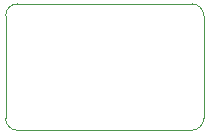
<source format=gm1>
G04 #@! TF.GenerationSoftware,KiCad,Pcbnew,(7.0.0-0)*
G04 #@! TF.CreationDate,2023-11-27T20:18:25+08:00*
G04 #@! TF.ProjectId,Revolute,5265766f-6c75-4746-952e-6b696361645f,rev?*
G04 #@! TF.SameCoordinates,Original*
G04 #@! TF.FileFunction,Profile,NP*
%FSLAX46Y46*%
G04 Gerber Fmt 4.6, Leading zero omitted, Abs format (unit mm)*
G04 Created by KiCad (PCBNEW (7.0.0-0)) date 2023-11-27 20:18:25*
%MOMM*%
%LPD*%
G01*
G04 APERTURE LIST*
G04 #@! TA.AperFunction,Profile*
%ADD10C,0.100000*%
G04 #@! TD*
G04 #@! TA.AperFunction,Profile*
%ADD11C,0.050000*%
G04 #@! TD*
G04 APERTURE END LIST*
D10*
X181770000Y-82350000D02*
X167000000Y-82350000D01*
D11*
X167000000Y-82350000D02*
G75*
G03*
X166000000Y-83350000I0J-1000000D01*
G01*
X182770000Y-83350000D02*
G75*
G03*
X181770000Y-82350000I-1000000J0D01*
G01*
D10*
X167000000Y-93050000D02*
X181770000Y-93050000D01*
X182770000Y-90400000D02*
X182770000Y-92050000D01*
D11*
X181770000Y-93050000D02*
G75*
G03*
X182770000Y-92050000I0J1000000D01*
G01*
D10*
X166000000Y-92050000D02*
X166000000Y-83350000D01*
X182770000Y-90400000D02*
X182770000Y-83350000D01*
D11*
X166000000Y-92050000D02*
G75*
G03*
X167000000Y-93050000I1000000J0D01*
G01*
M02*

</source>
